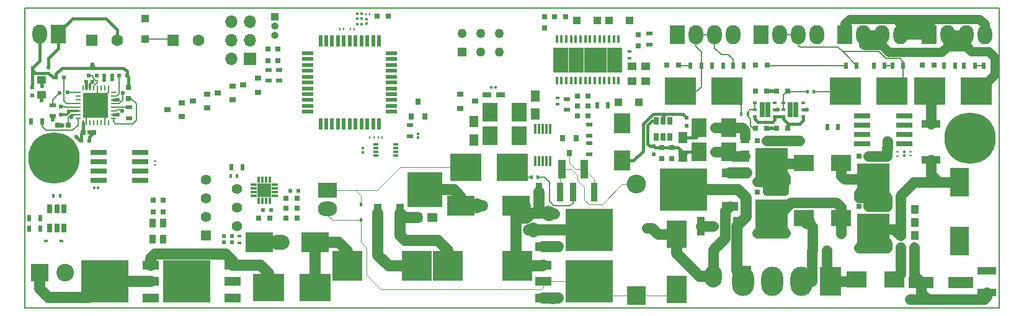
<source format=gbr>
G04 #@! TF.FileFunction,Copper,L1,Top,Signal*
%FSLAX46Y46*%
G04 Gerber Fmt 4.6, Leading zero omitted, Abs format (unit mm)*
G04 Created by KiCad (PCBNEW 4.0.7) date 06/14/18 22:28:00*
%MOMM*%
%LPD*%
G01*
G04 APERTURE LIST*
%ADD10C,0.100000*%
%ADD11C,0.150000*%
%ADD12R,0.600000X0.500000*%
%ADD13R,0.500000X0.600000*%
%ADD14R,0.900000X0.500000*%
%ADD15R,0.750000X0.800000*%
%ADD16R,0.800000X0.750000*%
%ADD17R,1.250000X1.000000*%
%ADD18R,0.500000X0.900000*%
%ADD19R,0.700000X0.250000*%
%ADD20R,0.250000X0.700000*%
%ADD21R,1.725000X1.725000*%
%ADD22R,4.100000X4.100000*%
%ADD23R,0.300000X0.350000*%
%ADD24R,0.350000X0.300000*%
%ADD25R,1.600000X1.600000*%
%ADD26C,1.600000*%
%ADD27R,3.750000X2.700000*%
%ADD28R,2.700000X3.750000*%
%ADD29R,3.500000X1.600000*%
%ADD30R,2.500000X1.000000*%
%ADD31R,2.500000X4.000000*%
%ADD32R,1.000000X1.250000*%
%ADD33R,0.800000X0.800000*%
%ADD34R,1.100000X1.100000*%
%ADD35R,0.900000X0.800000*%
%ADD36R,1.400000X1.270000*%
%ADD37R,4.720000X4.800000*%
%ADD38R,2.600000X2.600000*%
%ADD39O,2.600000X2.600000*%
%ADD40R,4.241800X3.810000*%
%ADD41R,0.300000X1.450000*%
%ADD42C,7.000000*%
%ADD43R,1.700000X1.700000*%
%ADD44O,1.700000X1.700000*%
%ADD45R,1.000000X1.000000*%
%ADD46O,1.000000X1.000000*%
%ADD47R,2.350000X3.000000*%
%ADD48O,2.350000X3.000000*%
%ADD49C,1.270000*%
%ADD50R,1.270000X1.270000*%
%ADD51R,2.000000X2.600000*%
%ADD52O,2.000000X2.600000*%
%ADD53R,0.280000X0.430000*%
%ADD54R,0.900000X2.500000*%
%ADD55R,2.200000X2.700000*%
%ADD56R,2.700000X2.200000*%
%ADD57R,0.630000X0.450000*%
%ADD58R,0.800000X1.050000*%
%ADD59R,4.510000X4.350000*%
%ADD60R,0.700000X0.700000*%
%ADD61R,0.800000X0.900000*%
%ADD62R,2.200000X1.200000*%
%ADD63R,6.400000X5.800000*%
%ADD64R,3.050000X2.750000*%
%ADD65R,0.430000X0.280000*%
%ADD66R,0.400000X0.600000*%
%ADD67R,0.600000X0.400000*%
%ADD68R,1.000000X2.500000*%
%ADD69R,2.199640X0.797560*%
%ADD70R,0.550000X1.500000*%
%ADD71R,1.500000X0.550000*%
%ADD72R,0.650000X1.220000*%
%ADD73R,0.813000X0.305000*%
%ADD74R,0.305000X0.813000*%
%ADD75R,1.854000X1.854000*%
%ADD76R,1.397000X1.397000*%
%ADD77C,1.397000*%
%ADD78R,0.650000X1.060000*%
%ADD79R,0.400000X1.100000*%
%ADD80R,1.100000X0.890000*%
%ADD81R,0.749300X0.299720*%
%ADD82R,2.600000X2.000000*%
%ADD83O,2.600000X2.000000*%
%ADD84C,2.400000*%
%ADD85R,2.400000X2.400000*%
%ADD86R,0.600000X0.450000*%
%ADD87R,0.450000X0.600000*%
%ADD88R,0.900000X1.200000*%
%ADD89R,1.250000X1.500000*%
%ADD90R,1.200000X0.750000*%
%ADD91R,2.000000X2.500000*%
%ADD92R,3.000000X4.000000*%
%ADD93O,3.000000X4.000000*%
%ADD94C,0.600000*%
%ADD95C,0.159000*%
%ADD96C,1.500000*%
%ADD97C,0.125000*%
%ADD98C,1.470000*%
%ADD99C,2.000000*%
%ADD100C,0.300000*%
%ADD101C,0.415000*%
%ADD102C,1.270000*%
%ADD103C,1.400000*%
%ADD104C,1.000000*%
%ADD105C,0.200000*%
%ADD106C,0.555000*%
G04 APERTURE END LIST*
D10*
D11*
X25000000Y-164000000D02*
X25000000Y-123000000D01*
X158000000Y-164000000D02*
X25000000Y-164000000D01*
X158000000Y-123000000D02*
X158000000Y-164000000D01*
X25000000Y-123000000D02*
X158000000Y-123000000D01*
D12*
X35790000Y-132250000D03*
X36890000Y-132250000D03*
D13*
X29920000Y-137570000D03*
X29920000Y-136470000D03*
D12*
X30310000Y-132540000D03*
X29210000Y-132540000D03*
X33740000Y-132250000D03*
X34840000Y-132250000D03*
X37840000Y-132250000D03*
X38940000Y-132250000D03*
X32710000Y-141110000D03*
X33810000Y-141110000D03*
D14*
X28770000Y-137790000D03*
X28770000Y-136290000D03*
D15*
X39150000Y-133870000D03*
X39150000Y-135370000D03*
D16*
X29440000Y-139000000D03*
X30940000Y-139000000D03*
D17*
X27310000Y-134880000D03*
X27310000Y-132880000D03*
D18*
X27330000Y-138540000D03*
X25830000Y-138540000D03*
D14*
X39200000Y-136570000D03*
X39200000Y-138070000D03*
D19*
X32250000Y-134560000D03*
X32250000Y-135060000D03*
X32250000Y-135560000D03*
X32250000Y-136060000D03*
X32250000Y-136560000D03*
X32250000Y-137060000D03*
X32250000Y-137560000D03*
X32250000Y-138060000D03*
D20*
X32900000Y-138710000D03*
X33400000Y-138710000D03*
X33900000Y-138710000D03*
X34400000Y-138710000D03*
X34900000Y-138710000D03*
X35400000Y-138710000D03*
X35900000Y-138710000D03*
X36400000Y-138710000D03*
D19*
X37050000Y-138060000D03*
X37050000Y-137560000D03*
X37050000Y-137060000D03*
X37050000Y-136560000D03*
X37050000Y-136060000D03*
X37050000Y-135560000D03*
X37050000Y-135060000D03*
X37050000Y-134560000D03*
D20*
X36400000Y-133910000D03*
X35900000Y-133910000D03*
X35400000Y-133910000D03*
X34900000Y-133910000D03*
X34400000Y-133910000D03*
X33900000Y-133910000D03*
X33400000Y-133910000D03*
X32900000Y-133910000D03*
D21*
X35512500Y-137172500D03*
X35512500Y-135447500D03*
X33787500Y-137172500D03*
X33787500Y-135447500D03*
D22*
X78500000Y-158250000D03*
X69000000Y-158250000D03*
D23*
X35010000Y-147590000D03*
X34450000Y-147590000D03*
D24*
X145040000Y-142640000D03*
X145040000Y-143200000D03*
D25*
X45200000Y-127450000D03*
D26*
X48700000Y-127450000D03*
D23*
X70920000Y-123790000D03*
X70360000Y-123790000D03*
X70920000Y-124490000D03*
X70360000Y-124490000D03*
X70920000Y-125190000D03*
X70360000Y-125190000D03*
D16*
X73080000Y-124120000D03*
X74580000Y-124120000D03*
D24*
X71600000Y-125110000D03*
X71600000Y-124550000D03*
X71090000Y-142180000D03*
X71090000Y-142740000D03*
X78670000Y-140750000D03*
X78670000Y-140190000D03*
D16*
X62130000Y-150410000D03*
X60630000Y-150410000D03*
D12*
X61230000Y-147960000D03*
X62330000Y-147960000D03*
D16*
X62130000Y-149060000D03*
X60630000Y-149060000D03*
X62130000Y-151760000D03*
X60630000Y-151760000D03*
D12*
X57520000Y-150650000D03*
X58620000Y-150650000D03*
D16*
X58430000Y-151750000D03*
X56930000Y-151750000D03*
D27*
X64575000Y-155000000D03*
X57025000Y-155000000D03*
D12*
X52190000Y-155050000D03*
X53290000Y-155050000D03*
X52190000Y-154200000D03*
X53290000Y-154200000D03*
D28*
X114000000Y-161465000D03*
X114000000Y-153915000D03*
D27*
X84515000Y-150050000D03*
X92065000Y-150050000D03*
D23*
X88670000Y-133890000D03*
X89230000Y-133890000D03*
D25*
X34100000Y-127450000D03*
D26*
X37600000Y-127450000D03*
D15*
X113250000Y-142100000D03*
X113250000Y-143600000D03*
X111900000Y-142100000D03*
X111900000Y-143600000D03*
D13*
X110800000Y-143000000D03*
X110800000Y-141900000D03*
X115290000Y-137980000D03*
X115290000Y-139080000D03*
D16*
X127610000Y-139470000D03*
X129110000Y-139470000D03*
X126250000Y-134370000D03*
X124750000Y-134370000D03*
X127600000Y-134370000D03*
X129100000Y-134370000D03*
X126260000Y-139470000D03*
X124760000Y-139470000D03*
X98820000Y-124250000D03*
X97320000Y-124250000D03*
D15*
X95970000Y-124250000D03*
X95970000Y-125750000D03*
D29*
X147350000Y-160500000D03*
X152750000Y-160500000D03*
D17*
X109740000Y-133010000D03*
X109740000Y-131010000D03*
X107910000Y-133010000D03*
X107910000Y-131010000D03*
D16*
X100390000Y-136390000D03*
X101890000Y-136390000D03*
D30*
X156310000Y-161890000D03*
X156310000Y-158890000D03*
D31*
X152590000Y-146820000D03*
X152590000Y-154820000D03*
D32*
X144490000Y-154130000D03*
X146490000Y-154130000D03*
X144490000Y-152330000D03*
X146490000Y-152330000D03*
X144490000Y-150530000D03*
X146490000Y-150530000D03*
D16*
X100380000Y-135030000D03*
X101880000Y-135030000D03*
X100390000Y-137750000D03*
X101890000Y-137750000D03*
D15*
X108700000Y-128150000D03*
X108700000Y-126650000D03*
D33*
X59540000Y-130250000D03*
X59540000Y-128650000D03*
D34*
X41400000Y-127300000D03*
X41400000Y-124500000D03*
D35*
X46430000Y-137840000D03*
X46430000Y-135940000D03*
X44430000Y-136890000D03*
X49890000Y-136690000D03*
X49890000Y-134790000D03*
X47890000Y-135740000D03*
X53340000Y-135590000D03*
X53340000Y-133690000D03*
X51340000Y-134640000D03*
X56790000Y-134500000D03*
X56790000Y-132600000D03*
X54790000Y-133550000D03*
D36*
X80620000Y-151660000D03*
D37*
X79580000Y-147860000D03*
D36*
X78540000Y-151660000D03*
D38*
X108490000Y-162350000D03*
D39*
X108490000Y-147110000D03*
D33*
X114240000Y-130850000D03*
X112640000Y-130850000D03*
X58190000Y-130250000D03*
X58190000Y-128650000D03*
X149090000Y-130850000D03*
X147490000Y-130850000D03*
X126320000Y-130850000D03*
X124720000Y-130850000D03*
D34*
X100320000Y-124750000D03*
X103120000Y-124750000D03*
X107560000Y-124750000D03*
X104760000Y-124750000D03*
X105970000Y-135890000D03*
X108770000Y-135890000D03*
D40*
X58272300Y-161210000D03*
X64647700Y-161210000D03*
X120817700Y-134340000D03*
X114442300Y-134340000D03*
X148492300Y-134330000D03*
X154867700Y-134330000D03*
X136992300Y-134330000D03*
X143367700Y-134330000D03*
D41*
X96670000Y-139530000D03*
X96170000Y-139530000D03*
X95670000Y-139530000D03*
X95170000Y-139530000D03*
X94670000Y-139530000D03*
X94670000Y-143930000D03*
X95170000Y-143930000D03*
X95670000Y-143930000D03*
X96170000Y-143930000D03*
X96670000Y-143930000D03*
D42*
X154010000Y-140810000D03*
D43*
X55690000Y-129950000D03*
D44*
X53150000Y-129950000D03*
X55690000Y-127410000D03*
X53150000Y-127410000D03*
X55690000Y-124870000D03*
X53150000Y-124870000D03*
D45*
X59090000Y-124250000D03*
D46*
X59090000Y-125520000D03*
X59090000Y-126790000D03*
D47*
X122950000Y-159700000D03*
D48*
X118990000Y-159700000D03*
D49*
X84690000Y-126480000D03*
X87230000Y-126480000D03*
X89770000Y-126480000D03*
D50*
X84690000Y-129020000D03*
D49*
X87230000Y-129020000D03*
X89770000Y-129020000D03*
D51*
X125520000Y-126650000D03*
D52*
X128060000Y-126650000D03*
X130600000Y-126650000D03*
X133140000Y-126650000D03*
D51*
X114080000Y-126650000D03*
D52*
X116620000Y-126650000D03*
X119160000Y-126650000D03*
X121700000Y-126650000D03*
D51*
X136950000Y-126650000D03*
D52*
X139490000Y-126650000D03*
X142030000Y-126650000D03*
X144570000Y-126650000D03*
D51*
X148400000Y-126650000D03*
D52*
X150940000Y-126650000D03*
X153480000Y-126650000D03*
X156020000Y-126650000D03*
D53*
X71560000Y-123840000D03*
X72080000Y-123840000D03*
D54*
X102690000Y-148200000D03*
X99790000Y-148200000D03*
D22*
X92240000Y-158250000D03*
X82740000Y-158250000D03*
D54*
X95140000Y-148200000D03*
X98040000Y-148200000D03*
D55*
X106500000Y-143850000D03*
X106500000Y-138750000D03*
D56*
X136400000Y-144150000D03*
X131300000Y-144150000D03*
X136400000Y-151700000D03*
X131300000Y-151700000D03*
X143650000Y-160150000D03*
X138550000Y-160150000D03*
D57*
X131200000Y-137870000D03*
X131200000Y-136920000D03*
X131200000Y-135970000D03*
X128520000Y-135970000D03*
X128520000Y-136920000D03*
X128520000Y-137870000D03*
D58*
X129460000Y-136395000D03*
X129460000Y-137445000D03*
X130260000Y-136395000D03*
X130260000Y-137445000D03*
D57*
X127350000Y-137870000D03*
X127350000Y-136920000D03*
X127350000Y-135970000D03*
X124670000Y-135970000D03*
X124670000Y-136920000D03*
X124670000Y-137870000D03*
D58*
X125610000Y-136395000D03*
X125610000Y-137445000D03*
X126410000Y-136395000D03*
X126410000Y-137445000D03*
D59*
X126900000Y-151290000D03*
D60*
X126265000Y-148160000D03*
X127535000Y-148160000D03*
X128805000Y-148160000D03*
X124995000Y-148160000D03*
X124995000Y-153760000D03*
X128805000Y-153760000D03*
X127535000Y-153760000D03*
X126265000Y-153760000D03*
D59*
X126900000Y-144240000D03*
D60*
X126265000Y-141110000D03*
X127535000Y-141110000D03*
X128805000Y-141110000D03*
X124995000Y-141110000D03*
X124995000Y-146710000D03*
X128805000Y-146710000D03*
X127535000Y-146710000D03*
X126265000Y-146710000D03*
D59*
X140790000Y-153280000D03*
D60*
X140155000Y-150150000D03*
X141425000Y-150150000D03*
X142695000Y-150150000D03*
X138885000Y-150150000D03*
X138885000Y-155750000D03*
X142695000Y-155750000D03*
X141425000Y-155750000D03*
X140155000Y-155750000D03*
D59*
X140790000Y-146430000D03*
D60*
X140155000Y-143300000D03*
X141425000Y-143300000D03*
X142695000Y-143300000D03*
X138885000Y-143300000D03*
X138885000Y-148900000D03*
X142695000Y-148900000D03*
X141425000Y-148900000D03*
X140155000Y-148900000D03*
D61*
X77690000Y-137800000D03*
X79590000Y-137800000D03*
X78640000Y-135800000D03*
D62*
X53340000Y-162680000D03*
X53340000Y-160400000D03*
X53340000Y-158120000D03*
D63*
X47040000Y-160400000D03*
D64*
X45365000Y-158875000D03*
X48715000Y-161925000D03*
X45365000Y-161925000D03*
X48715000Y-158875000D03*
D62*
X42190000Y-162680000D03*
X42190000Y-160400000D03*
X42190000Y-158120000D03*
D63*
X35890000Y-160400000D03*
D64*
X34215000Y-158875000D03*
X37565000Y-161925000D03*
X34215000Y-161925000D03*
X37565000Y-158875000D03*
D61*
X100270000Y-140800000D03*
X98370000Y-140800000D03*
X99320000Y-142800000D03*
D62*
X95740000Y-151070000D03*
X95740000Y-153350000D03*
X95740000Y-155630000D03*
D63*
X102040000Y-153350000D03*
D64*
X103715000Y-154875000D03*
X100365000Y-151825000D03*
X103715000Y-151825000D03*
X100365000Y-154875000D03*
D62*
X95740000Y-158120000D03*
X95740000Y-160400000D03*
X95740000Y-162680000D03*
D63*
X102040000Y-160400000D03*
D64*
X103715000Y-161925000D03*
X100365000Y-158875000D03*
X103715000Y-158875000D03*
X100365000Y-161925000D03*
D62*
X121240000Y-150080000D03*
X121240000Y-147800000D03*
X121240000Y-145520000D03*
D63*
X114940000Y-147800000D03*
D64*
X113265000Y-146275000D03*
X116615000Y-149325000D03*
X113265000Y-149325000D03*
X116615000Y-146275000D03*
D65*
X145910000Y-142690000D03*
X145910000Y-143210000D03*
D14*
X59690000Y-132950000D03*
X59690000Y-131450000D03*
D65*
X42740000Y-144480000D03*
X42740000Y-143960000D03*
X144120000Y-143220000D03*
X144120000Y-142700000D03*
D53*
X69910000Y-125930000D03*
X69390000Y-125930000D03*
X67970000Y-125930000D03*
X68490000Y-125930000D03*
X72090000Y-140710000D03*
X72610000Y-140710000D03*
X73770000Y-140700000D03*
X73250000Y-140700000D03*
D14*
X77590000Y-140550000D03*
X77590000Y-139050000D03*
D18*
X25600000Y-153190000D03*
X27100000Y-153190000D03*
X27100000Y-151740000D03*
X25600000Y-151740000D03*
D66*
X28900000Y-148700000D03*
X29800000Y-148700000D03*
X53050000Y-146010000D03*
X53950000Y-146010000D03*
D67*
X54240000Y-155100000D03*
X54240000Y-154200000D03*
D66*
X94120000Y-146100000D03*
X95020000Y-146100000D03*
D18*
X54700000Y-144810000D03*
X53200000Y-144810000D03*
D68*
X117290000Y-152850000D03*
X122190000Y-152850000D03*
D66*
X123680000Y-137540000D03*
X122780000Y-137540000D03*
D30*
X148690000Y-143770000D03*
X148690000Y-138870000D03*
D66*
X131820000Y-134460000D03*
X132720000Y-134460000D03*
D18*
X121650000Y-130900000D03*
X123150000Y-130900000D03*
X118820000Y-130900000D03*
X120320000Y-130900000D03*
X157400000Y-130900000D03*
X155900000Y-130900000D03*
X154690000Y-130900000D03*
X153190000Y-130900000D03*
X144900000Y-130900000D03*
X143400000Y-130900000D03*
X142350000Y-130900000D03*
X140850000Y-130900000D03*
D14*
X58240000Y-132950000D03*
X58240000Y-131450000D03*
D18*
X117340000Y-130900000D03*
X115840000Y-130900000D03*
X151950000Y-130900000D03*
X150450000Y-130900000D03*
X138540000Y-130900000D03*
X137040000Y-130900000D03*
D67*
X107490000Y-129850000D03*
X107490000Y-128950000D03*
D18*
X104610000Y-136340000D03*
X103110000Y-136340000D03*
D14*
X102000000Y-143000000D03*
X102000000Y-141500000D03*
X102000000Y-138950000D03*
X102000000Y-140450000D03*
X98960000Y-135440000D03*
X98960000Y-136940000D03*
X110200000Y-126500000D03*
X110200000Y-128000000D03*
D67*
X97750000Y-135290000D03*
X97750000Y-136190000D03*
D69*
X40767660Y-146582460D03*
X40767660Y-145312460D03*
X40767660Y-144047540D03*
X40767660Y-142777540D03*
X35032340Y-142777540D03*
X35032340Y-144047540D03*
X35032340Y-145312460D03*
X35032340Y-146582460D03*
X145057660Y-141582460D03*
X145057660Y-140312460D03*
X145057660Y-139047540D03*
X145057660Y-137777540D03*
X139322340Y-137777540D03*
X139322340Y-139047540D03*
X139322340Y-140312460D03*
X139322340Y-141582460D03*
D70*
X65330000Y-138890000D03*
X66130000Y-138890000D03*
X66930000Y-138890000D03*
X67730000Y-138890000D03*
X68530000Y-138890000D03*
X69330000Y-138890000D03*
X70130000Y-138890000D03*
X70930000Y-138890000D03*
X71730000Y-138890000D03*
X72530000Y-138890000D03*
X73330000Y-138890000D03*
D71*
X75030000Y-137190000D03*
X75030000Y-136390000D03*
X75030000Y-135590000D03*
X75030000Y-134790000D03*
X75030000Y-133990000D03*
X75030000Y-133190000D03*
X75030000Y-132390000D03*
X75030000Y-131590000D03*
X75030000Y-130790000D03*
X75030000Y-129990000D03*
X75030000Y-129190000D03*
D70*
X73330000Y-127490000D03*
X72530000Y-127490000D03*
X71730000Y-127490000D03*
X70930000Y-127490000D03*
X70130000Y-127490000D03*
X69330000Y-127490000D03*
X68530000Y-127490000D03*
X67730000Y-127490000D03*
X66930000Y-127490000D03*
X66130000Y-127490000D03*
X65330000Y-127490000D03*
D71*
X63630000Y-129190000D03*
X63630000Y-129990000D03*
X63630000Y-130790000D03*
X63630000Y-131590000D03*
X63630000Y-132390000D03*
X63630000Y-133190000D03*
X63630000Y-133990000D03*
X63630000Y-134790000D03*
X63630000Y-135590000D03*
X63630000Y-136390000D03*
X63630000Y-137190000D03*
D72*
X28400000Y-153040000D03*
X29350000Y-153040000D03*
X30300000Y-153040000D03*
X30300000Y-150420000D03*
X29350000Y-150420000D03*
X28400000Y-150420000D03*
D73*
X56202000Y-147160000D03*
X56202000Y-147660000D03*
X56202000Y-148160000D03*
X56202000Y-148660000D03*
D74*
X56900000Y-149358000D03*
X57400000Y-149358000D03*
X57900000Y-149358000D03*
X58400000Y-149358000D03*
D73*
X59098000Y-148660000D03*
X59098000Y-148160000D03*
X59098000Y-147660000D03*
X59098000Y-147160000D03*
D74*
X58400000Y-146462000D03*
X57900000Y-146462000D03*
X57400000Y-146462000D03*
X56900000Y-146462000D03*
D75*
X57650000Y-147910000D03*
D76*
X49734000Y-154120000D03*
D77*
X53925000Y-152850000D03*
X49734000Y-151580000D03*
X53925000Y-150310000D03*
X49734000Y-149040000D03*
X53925000Y-147770000D03*
X49734000Y-146500000D03*
D35*
X84420000Y-134810000D03*
X84420000Y-136710000D03*
X86420000Y-135760000D03*
D78*
X113050000Y-138400000D03*
X112100000Y-138400000D03*
X111150000Y-138400000D03*
X111150000Y-140600000D03*
X113050000Y-140600000D03*
X112100000Y-140600000D03*
D79*
X97595000Y-132960000D03*
X98245000Y-132960000D03*
X98895000Y-132960000D03*
X99545000Y-132960000D03*
X100195000Y-132960000D03*
X100845000Y-132960000D03*
X101495000Y-132960000D03*
X102145000Y-132960000D03*
X102795000Y-132960000D03*
X103445000Y-132960000D03*
X104095000Y-132960000D03*
X104745000Y-132960000D03*
X105395000Y-132960000D03*
X106045000Y-132960000D03*
X106045000Y-127260000D03*
X105395000Y-127260000D03*
X104745000Y-127260000D03*
X104095000Y-127260000D03*
X103445000Y-127260000D03*
X102795000Y-127260000D03*
X102145000Y-127260000D03*
X101495000Y-127260000D03*
X100845000Y-127260000D03*
X100195000Y-127260000D03*
X99545000Y-127260000D03*
X98895000Y-127260000D03*
X98245000Y-127260000D03*
X97595000Y-127260000D03*
D80*
X106045000Y-131385000D03*
X106045000Y-130535000D03*
X106045000Y-128835000D03*
X106045000Y-129685000D03*
X104988750Y-129685000D03*
X104988750Y-128835000D03*
X104988750Y-130535000D03*
X104988750Y-131385000D03*
X103932500Y-131385000D03*
X103932500Y-130535000D03*
X103932500Y-128835000D03*
X103932500Y-129685000D03*
X102876250Y-129685000D03*
X102876250Y-128835000D03*
X102876250Y-130535000D03*
X102876250Y-131385000D03*
X101820000Y-131385000D03*
X101820000Y-130535000D03*
X101820000Y-128835000D03*
X101820000Y-129685000D03*
X100763750Y-129685000D03*
X100763750Y-128835000D03*
X100763750Y-130535000D03*
X100763750Y-131385000D03*
X99707500Y-131385000D03*
X99707500Y-130535000D03*
X99707500Y-128835000D03*
X99707500Y-129685000D03*
X98651250Y-129685000D03*
X98651250Y-128835000D03*
X98651250Y-130535000D03*
X98651250Y-131385000D03*
X97595000Y-131385000D03*
X97595000Y-130535000D03*
X97595000Y-128835000D03*
X97595000Y-129685000D03*
D81*
X72875860Y-141650700D03*
X72875860Y-142151080D03*
X72875860Y-142648920D03*
X72875860Y-143149300D03*
X75624140Y-143149300D03*
X75624140Y-142648920D03*
X75624140Y-142151080D03*
X75624140Y-141650700D03*
D40*
X85142300Y-144800000D03*
X91517700Y-144800000D03*
D42*
X29000000Y-143500000D03*
D82*
X66330000Y-147920000D03*
D83*
X66330000Y-150460000D03*
D51*
X29550000Y-126600000D03*
D52*
X27010000Y-126600000D03*
D84*
X30500000Y-159200000D03*
D85*
X27000000Y-159200000D03*
D86*
X28210000Y-131150000D03*
X26110000Y-131150000D03*
X27850000Y-154900000D03*
X29950000Y-154900000D03*
D87*
X70880000Y-149900000D03*
X70880000Y-152000000D03*
D33*
X42540000Y-150840000D03*
X42540000Y-149240000D03*
X43890000Y-150850000D03*
X43890000Y-149250000D03*
D88*
X42390000Y-154590000D03*
X42390000Y-152390000D03*
X43840000Y-154600000D03*
X43840000Y-152400000D03*
D68*
X73170000Y-151050000D03*
X76170000Y-151050000D03*
X101320000Y-145050000D03*
X98320000Y-145050000D03*
D89*
X94700000Y-137530000D03*
X94700000Y-135030000D03*
X86250000Y-141060000D03*
X86250000Y-138560000D03*
X123280000Y-143260000D03*
X123280000Y-140760000D03*
X114830000Y-143250000D03*
X114830000Y-140750000D03*
D90*
X146390000Y-155700000D03*
X144490000Y-155700000D03*
X132520000Y-156130000D03*
X134420000Y-156130000D03*
X88020000Y-134910000D03*
X89920000Y-134910000D03*
D91*
X117050000Y-142650000D03*
X121050000Y-142650000D03*
X88470000Y-137210000D03*
X92470000Y-137210000D03*
X92470000Y-140460000D03*
X88470000Y-140460000D03*
X117050000Y-139400000D03*
X121050000Y-139400000D03*
D13*
X25980000Y-134950000D03*
X25980000Y-133850000D03*
D18*
X136010000Y-139240000D03*
X134510000Y-139240000D03*
D16*
X34410000Y-140010000D03*
X32910000Y-140010000D03*
D92*
X134950000Y-160350000D03*
D93*
X130987600Y-160350000D03*
X127025200Y-160350000D03*
X123062800Y-160350000D03*
D94*
X109870000Y-153110000D03*
X110610000Y-153090000D03*
X97270000Y-151120000D03*
X96530000Y-151140000D03*
X34180000Y-133140000D03*
X34180000Y-130700000D03*
X28770000Y-138240000D03*
X32020000Y-140650000D03*
X121050000Y-142650000D03*
X119180000Y-142650000D03*
X131300000Y-151700000D03*
X131830000Y-152220000D03*
X123520000Y-145550000D03*
X122770000Y-145530000D03*
X121100000Y-139390000D03*
X119180000Y-139390000D03*
X118960000Y-152830000D03*
X118220000Y-152850000D03*
X96990000Y-155630000D03*
X97770000Y-155620000D03*
X97760000Y-162690000D03*
X97000000Y-162710000D03*
X142710000Y-141180000D03*
X142720000Y-142140000D03*
X129960000Y-141110000D03*
X130700000Y-141110000D03*
X31020000Y-137140000D03*
X35790000Y-132810000D03*
X29760000Y-134600000D03*
X30850000Y-134560000D03*
X146570000Y-162800000D03*
X136390000Y-153110000D03*
X145830000Y-162800000D03*
X136390000Y-153860000D03*
X30050000Y-139000000D03*
X33770000Y-139920000D03*
X37700000Y-137550000D03*
X27320000Y-133730000D03*
X37660000Y-135550000D03*
X33400000Y-133120000D03*
X59330000Y-155030000D03*
X60080000Y-155010000D03*
X94410000Y-153360000D03*
X93710000Y-153360000D03*
X87450000Y-150050000D03*
X86730000Y-150070000D03*
X131750000Y-136890000D03*
X126930000Y-139490000D03*
X127770000Y-136920000D03*
X126910000Y-134400000D03*
X38260000Y-137080000D03*
X36900000Y-132770000D03*
X38360000Y-134650000D03*
X31360000Y-137960000D03*
X27310000Y-135660000D03*
D95*
X33787500Y-137172500D02*
X33787500Y-135447500D01*
X35512500Y-137172500D02*
X33787500Y-137172500D01*
X35512500Y-135447500D02*
X35512500Y-137172500D01*
X36400000Y-133910000D02*
X36400000Y-134560000D01*
X36400000Y-134560000D02*
X35512500Y-135447500D01*
X34900000Y-133910000D02*
X34900000Y-134835000D01*
X34900000Y-134835000D02*
X35512500Y-135447500D01*
X35900000Y-138710000D02*
X35900000Y-137560000D01*
X35900000Y-137560000D02*
X35512500Y-137172500D01*
X33400000Y-138710000D02*
X33400000Y-137560000D01*
X33400000Y-137560000D02*
X33787500Y-137172500D01*
X41400000Y-127300000D02*
X45050000Y-127300000D01*
X45050000Y-127300000D02*
X45200000Y-127450000D01*
D96*
X64575000Y-155000000D02*
X67800000Y-155000000D01*
X67800000Y-155000000D02*
X69000000Y-156200000D01*
X69000000Y-156200000D02*
X69000000Y-158250000D01*
X64647700Y-161210000D02*
X64647700Y-155072700D01*
X64647700Y-155072700D02*
X64575000Y-155000000D01*
X78500000Y-158250000D02*
X74650000Y-158250000D01*
X73170000Y-156770000D02*
X73170000Y-151050000D01*
X74650000Y-158250000D02*
X73170000Y-156770000D01*
X78540000Y-151660000D02*
X76780000Y-151660000D01*
X76780000Y-151660000D02*
X76170000Y-151050000D01*
X76170000Y-151050000D02*
X76170000Y-154070000D01*
X82740000Y-156140000D02*
X82740000Y-158250000D01*
X81400000Y-154800000D02*
X82740000Y-156140000D01*
X76900000Y-154800000D02*
X81400000Y-154800000D01*
X76170000Y-154070000D02*
X76900000Y-154800000D01*
D97*
X70880000Y-152000000D02*
X70880000Y-155070000D01*
X95740000Y-161240000D02*
X95740000Y-160400000D01*
X95490000Y-161490000D02*
X95740000Y-161240000D01*
X93240000Y-161490000D02*
X95490000Y-161490000D01*
X73620000Y-161490000D02*
X93240000Y-161490000D01*
X71640000Y-159510000D02*
X73620000Y-161490000D01*
X71640000Y-155830000D02*
X71640000Y-159510000D01*
X70880000Y-155070000D02*
X71640000Y-155830000D01*
X95740000Y-160400000D02*
X102040000Y-160400000D01*
X108490000Y-162350000D02*
X113115000Y-162350000D01*
X113115000Y-162350000D02*
X114000000Y-161465000D01*
X108490000Y-162350000D02*
X103990000Y-162350000D01*
X103990000Y-162350000D02*
X102040000Y-160400000D01*
X66330000Y-150460000D02*
X66330000Y-151390000D01*
X66330000Y-151390000D02*
X66940000Y-152000000D01*
X66940000Y-152000000D02*
X70880000Y-152000000D01*
D98*
X109870000Y-153110000D02*
X110590000Y-153110000D01*
X110590000Y-153110000D02*
X110610000Y-153090000D01*
X109890000Y-153090000D02*
X109870000Y-153110000D01*
X111435000Y-153915000D02*
X114000000Y-153915000D01*
X111435000Y-153915000D02*
X110610000Y-153090000D01*
X95740000Y-151070000D02*
X97220000Y-151070000D01*
X97220000Y-151070000D02*
X97270000Y-151120000D01*
D99*
X96530000Y-151140000D02*
X96460000Y-151070000D01*
D98*
X118990000Y-159700000D02*
X118990000Y-156049998D01*
X118990000Y-156049998D02*
X120579998Y-154460000D01*
X120579998Y-154460000D02*
X120579998Y-150740002D01*
X120579998Y-150740002D02*
X121240000Y-150080000D01*
D96*
X118990000Y-159700000D02*
X118990000Y-160470000D01*
X114000000Y-153915000D02*
X114000000Y-156590000D01*
X117110000Y-159700000D02*
X118990000Y-159700000D01*
X114000000Y-156590000D02*
X117110000Y-159700000D01*
X95140000Y-148200000D02*
X95140000Y-150470000D01*
X95140000Y-150470000D02*
X95740000Y-151070000D01*
X92065000Y-150050000D02*
X93290000Y-150050000D01*
X92240000Y-158250000D02*
X95610000Y-158250000D01*
X95610000Y-158250000D02*
X95740000Y-158120000D01*
X92065000Y-151700000D02*
X93500000Y-151700000D01*
X94130000Y-151070000D02*
X95740000Y-151070000D01*
X93500000Y-151700000D02*
X94130000Y-151070000D01*
X92065000Y-150050000D02*
X92065000Y-151700000D01*
X92065000Y-151700000D02*
X92065000Y-158075000D01*
X92065000Y-158075000D02*
X92240000Y-158250000D01*
X121240000Y-147800000D02*
X122360000Y-147800000D01*
X123460000Y-151580000D02*
X122190000Y-152850000D01*
X123460000Y-148900000D02*
X123460000Y-151580000D01*
X122360000Y-147800000D02*
X123460000Y-148900000D01*
X121240000Y-147800000D02*
X114940000Y-147800000D01*
X122190000Y-152850000D02*
X122190000Y-158940000D01*
X122190000Y-158940000D02*
X122950000Y-159700000D01*
D100*
X34180000Y-130700000D02*
X34180000Y-130810000D01*
D101*
X34180000Y-130810000D02*
X34590000Y-131220000D01*
D100*
X34180000Y-130700000D02*
X34180000Y-130790000D01*
D101*
X34180000Y-130790000D02*
X33750000Y-131220000D01*
D100*
X33900000Y-133420000D02*
X34180000Y-133140000D01*
X33900000Y-133910000D02*
X33900000Y-133420000D01*
X34190000Y-130710000D02*
X34190000Y-131220000D01*
X34180000Y-130700000D02*
X34190000Y-130710000D01*
D101*
X29210000Y-132540000D02*
X29210000Y-132030000D01*
X29210000Y-132030000D02*
X30020000Y-131220000D01*
X30020000Y-131220000D02*
X33750000Y-131220000D01*
X38940000Y-131690000D02*
X38940000Y-132250000D01*
X34590000Y-131220000D02*
X38470000Y-131220000D01*
X38470000Y-131220000D02*
X38940000Y-131690000D01*
X33750000Y-131220000D02*
X34190000Y-131220000D01*
X34190000Y-131220000D02*
X34590000Y-131220000D01*
X39150000Y-133870000D02*
X39150000Y-132460000D01*
X39150000Y-132460000D02*
X38940000Y-132250000D01*
X27010000Y-126600000D02*
X27010000Y-130250000D01*
X27010000Y-130250000D02*
X26110000Y-131150000D01*
X26420000Y-131890000D02*
X26400000Y-131890000D01*
X26400000Y-131890000D02*
X25980000Y-131470000D01*
X29210000Y-132540000D02*
X28840000Y-132540000D01*
X28190000Y-131890000D02*
X26420000Y-131890000D01*
X26420000Y-131890000D02*
X25980000Y-131890000D01*
X28840000Y-132540000D02*
X28190000Y-131890000D01*
X25980000Y-133850000D02*
X25980000Y-131890000D01*
X25980000Y-131890000D02*
X25980000Y-131470000D01*
X25980000Y-131470000D02*
X25980000Y-131280000D01*
X25980000Y-131280000D02*
X26110000Y-131150000D01*
X32710000Y-141110000D02*
X32480000Y-141110000D01*
X32480000Y-141110000D02*
X32020000Y-140650000D01*
X28770000Y-137790000D02*
X28770000Y-138240000D01*
X32910000Y-140010000D02*
X32910000Y-138720000D01*
X32910000Y-138720000D02*
X32900000Y-138710000D01*
X32710000Y-141110000D02*
X32710000Y-140210000D01*
X32710000Y-140210000D02*
X32910000Y-140010000D01*
D98*
X119180000Y-142650000D02*
X121050000Y-142650000D01*
D99*
X131830000Y-152220000D02*
X131310000Y-151700000D01*
D98*
X123280000Y-143260000D02*
X121660000Y-143260000D01*
X121660000Y-143260000D02*
X121050000Y-142650000D01*
X132520000Y-152920000D02*
X131300000Y-151700000D01*
X132520000Y-156130000D02*
X132520000Y-152920000D01*
X132410000Y-160350000D02*
X132410000Y-156240000D01*
X132410000Y-156240000D02*
X132520000Y-156130000D01*
D96*
X123500000Y-145530000D02*
X123520000Y-145550000D01*
X122760000Y-145520000D02*
X122770000Y-145530000D01*
X122770000Y-145530000D02*
X123500000Y-145530000D01*
D98*
X121050000Y-139400000D02*
X122930000Y-139400000D01*
X123280000Y-139750000D02*
X123280000Y-140760000D01*
X122930000Y-139400000D02*
X123280000Y-139750000D01*
X121040000Y-139390000D02*
X119180000Y-139390000D01*
X121040000Y-139390000D02*
X121050000Y-139400000D01*
X134950000Y-160350000D02*
X138350000Y-160350000D01*
X138350000Y-160350000D02*
X138550000Y-160150000D01*
X134420000Y-156130000D02*
X134420000Y-159820000D01*
X134420000Y-159820000D02*
X134950000Y-160350000D01*
D102*
X156020000Y-125230000D02*
X156020000Y-126650000D01*
X155320000Y-124530000D02*
X156020000Y-125230000D01*
X148400000Y-126650000D02*
X148400000Y-125175000D01*
X149045000Y-124530000D02*
X149560000Y-124530000D01*
X148400000Y-125175000D02*
X149045000Y-124530000D01*
X146990000Y-124530000D02*
X149560000Y-124530000D01*
X149560000Y-124530000D02*
X155320000Y-124530000D01*
X148165000Y-124940000D02*
X146990000Y-126115000D01*
X145630000Y-124530000D02*
X145630000Y-125190000D01*
X145630000Y-125190000D02*
X146555000Y-126115000D01*
X146555000Y-126115000D02*
X146990000Y-126115000D01*
X146990000Y-124530000D02*
X146990000Y-124540000D01*
X146990000Y-124540000D02*
X146990000Y-126115000D01*
X146990000Y-126115000D02*
X146990000Y-125680000D01*
X146990000Y-125680000D02*
X146020000Y-126650000D01*
X148400000Y-126650000D02*
X146020000Y-126650000D01*
X146020000Y-126650000D02*
X143900000Y-124530000D01*
X144570000Y-126650000D02*
X147140000Y-126650000D01*
X143900000Y-124530000D02*
X145630000Y-124530000D01*
X145630000Y-124530000D02*
X146990000Y-124530000D01*
X144570000Y-126650000D02*
X148400000Y-126650000D01*
X136950000Y-126650000D02*
X136950000Y-125160000D01*
X136950000Y-125160000D02*
X137580000Y-124530000D01*
X137580000Y-124530000D02*
X143900000Y-124530000D01*
X144570000Y-125200000D02*
X144570000Y-126650000D01*
X143900000Y-124530000D02*
X144570000Y-125200000D01*
X148400000Y-126650000D02*
X148400000Y-125390000D01*
D103*
X144490000Y-155700000D02*
X144490000Y-159310000D01*
X144490000Y-159310000D02*
X143650000Y-160150000D01*
D101*
X111150000Y-138400000D02*
X110610000Y-138400000D01*
X110290000Y-141900000D02*
X110800000Y-141900000D01*
X109950000Y-141560000D02*
X110290000Y-141900000D01*
X109950000Y-139060000D02*
X109950000Y-141560000D01*
X110610000Y-138400000D02*
X109950000Y-139060000D01*
X111900000Y-142100000D02*
X111000000Y-142100000D01*
X111000000Y-142100000D02*
X110800000Y-141900000D01*
X113250000Y-142100000D02*
X111900000Y-142100000D01*
X114830000Y-143250000D02*
X114830000Y-142760000D01*
X114830000Y-142760000D02*
X114170000Y-142100000D01*
X114170000Y-142100000D02*
X113250000Y-142100000D01*
X117050000Y-142650000D02*
X115430000Y-142650000D01*
X115430000Y-142650000D02*
X114830000Y-143250000D01*
D95*
X123680000Y-137540000D02*
X123680000Y-137870000D01*
X124010000Y-139100000D02*
X124380000Y-139470000D01*
X124010000Y-138200000D02*
X124010000Y-139100000D01*
X123680000Y-137870000D02*
X124010000Y-138200000D01*
X124380000Y-139470000D02*
X124760000Y-139470000D01*
X124670000Y-136920000D02*
X124670000Y-135970000D01*
X123680000Y-137540000D02*
X123680000Y-137210000D01*
X123970000Y-136920000D02*
X124670000Y-136920000D01*
X123680000Y-137210000D02*
X123970000Y-136920000D01*
D104*
X128805000Y-146710000D02*
X127535000Y-146710000D01*
X127535000Y-146710000D02*
X127535000Y-148160000D01*
X127535000Y-148160000D02*
X126265000Y-148160000D01*
X126265000Y-148160000D02*
X126265000Y-146710000D01*
X126265000Y-146710000D02*
X127535000Y-147980000D01*
X127535000Y-147980000D02*
X128805000Y-146710000D01*
X128805000Y-148160000D02*
X128805000Y-146710000D01*
X127535000Y-148160000D02*
X128805000Y-148160000D01*
X126265000Y-148160000D02*
X127535000Y-148160000D01*
X126265000Y-146710000D02*
X126265000Y-148160000D01*
D98*
X126900000Y-144240000D02*
X131210000Y-144240000D01*
X131210000Y-144240000D02*
X131300000Y-144150000D01*
X128805000Y-146710000D02*
X128805000Y-146145000D01*
X128805000Y-146145000D02*
X126900000Y-144240000D01*
X127535000Y-146710000D02*
X127535000Y-144875000D01*
X127535000Y-144875000D02*
X126900000Y-144240000D01*
X126265000Y-146710000D02*
X126265000Y-144875000D01*
X126265000Y-144875000D02*
X126900000Y-144240000D01*
X126265000Y-146710000D02*
X124995000Y-146710000D01*
X126265000Y-146710000D02*
X127535000Y-146710000D01*
X141425000Y-150150000D02*
X141425000Y-148900000D01*
X141425000Y-148900000D02*
X142675000Y-150150000D01*
X142675000Y-150150000D02*
X142675000Y-148920000D01*
X142675000Y-148920000D02*
X142655000Y-148900000D01*
X142655000Y-148900000D02*
X138885000Y-148900000D01*
X140155000Y-150150000D02*
X140155000Y-148900000D01*
X141425000Y-150150000D02*
X140155000Y-150150000D01*
X142695000Y-150150000D02*
X141425000Y-150150000D01*
X142695000Y-148900000D02*
X142695000Y-150150000D01*
X141425000Y-148900000D02*
X141425000Y-147065000D01*
X141425000Y-147065000D02*
X140790000Y-146430000D01*
X140155000Y-148900000D02*
X140155000Y-147065000D01*
X140155000Y-147065000D02*
X140790000Y-146430000D01*
X138885000Y-148900000D02*
X138885000Y-148335000D01*
X138885000Y-148335000D02*
X140790000Y-146430000D01*
X140155000Y-148900000D02*
X138885000Y-148900000D01*
X141425000Y-148900000D02*
X140155000Y-148900000D01*
X142695000Y-148900000D02*
X141425000Y-148900000D01*
X140790000Y-146430000D02*
X140790000Y-146995000D01*
X140790000Y-146995000D02*
X142695000Y-148900000D01*
X136400000Y-144150000D02*
X136400000Y-145940000D01*
X136890000Y-146430000D02*
X140790000Y-146430000D01*
X136400000Y-145940000D02*
X136890000Y-146430000D01*
X148690000Y-143770000D02*
X148690000Y-145790000D01*
X148690000Y-145790000D02*
X149720000Y-146820000D01*
X144490000Y-150530000D02*
X144490000Y-148670000D01*
X146340000Y-146820000D02*
X149720000Y-146820000D01*
X149720000Y-146820000D02*
X152590000Y-146820000D01*
X144490000Y-148670000D02*
X146340000Y-146820000D01*
X144490000Y-152330000D02*
X144490000Y-150530000D01*
X144490000Y-154130000D02*
X144490000Y-152330000D01*
X140790000Y-153280000D02*
X143640000Y-153280000D01*
X143640000Y-153280000D02*
X144490000Y-154130000D01*
X142695000Y-155750000D02*
X142695000Y-155185000D01*
X142695000Y-155185000D02*
X140790000Y-153280000D01*
X141425000Y-155750000D02*
X142695000Y-155750000D01*
X140155000Y-155750000D02*
X141425000Y-155750000D01*
X140790000Y-153280000D02*
X140790000Y-153845000D01*
X140790000Y-153845000D02*
X138885000Y-155750000D01*
X138885000Y-155750000D02*
X140155000Y-155750000D01*
X140790000Y-153845000D02*
X138885000Y-155750000D01*
D105*
X155900000Y-130900000D02*
X154690000Y-130900000D01*
D95*
X142350000Y-130900000D02*
X143400000Y-130900000D01*
X115840000Y-130900000D02*
X114290000Y-130900000D01*
X114290000Y-130900000D02*
X114240000Y-130850000D01*
D98*
X118220000Y-152850000D02*
X118940000Y-152850000D01*
X118940000Y-152850000D02*
X118960000Y-152830000D01*
X118940000Y-152850000D02*
X118960000Y-152830000D01*
X117290000Y-152850000D02*
X118220000Y-152850000D01*
D96*
X96990000Y-155630000D02*
X95740000Y-155630000D01*
X97760000Y-155630000D02*
X97770000Y-155620000D01*
X97750000Y-162680000D02*
X97760000Y-162690000D01*
X95740000Y-162680000D02*
X97750000Y-162680000D01*
X96970000Y-162680000D02*
X97000000Y-162710000D01*
X95740000Y-162680000D02*
X96970000Y-162680000D01*
X95740000Y-155630000D02*
X97760000Y-155630000D01*
D95*
X119160000Y-126650000D02*
X119160000Y-128490000D01*
X121650000Y-130040000D02*
X121650000Y-130900000D01*
X120980000Y-129370000D02*
X121650000Y-130040000D01*
X120040000Y-129370000D02*
X120980000Y-129370000D01*
X119160000Y-128490000D02*
X120040000Y-129370000D01*
X117340000Y-130900000D02*
X117340000Y-129010000D01*
X116620000Y-128290000D02*
X116620000Y-126650000D01*
X117340000Y-129010000D02*
X116620000Y-128290000D01*
X114442300Y-134340000D02*
X116800000Y-134340000D01*
X117340000Y-133800000D02*
X117340000Y-130900000D01*
X116800000Y-134340000D02*
X117340000Y-133800000D01*
X116620000Y-126650000D02*
X119160000Y-126650000D01*
D102*
X139490000Y-126650000D02*
X140570000Y-126650000D01*
X140570000Y-126650000D02*
X142030000Y-128110000D01*
X142030000Y-126650000D02*
X140860000Y-126650000D01*
X140860000Y-126650000D02*
X139490000Y-128020000D01*
X139490000Y-126650000D02*
X139490000Y-128020000D01*
X139580000Y-128110000D02*
X140950000Y-128110000D01*
X139490000Y-128020000D02*
X139580000Y-128110000D01*
X142030000Y-128110000D02*
X140950000Y-128110000D01*
X150940000Y-128240000D02*
X153460000Y-128240000D01*
X153460000Y-128240000D02*
X153480000Y-128220000D01*
X142030000Y-126650000D02*
X142030000Y-128110000D01*
X150940000Y-128240000D02*
X150940000Y-126650000D01*
X150160000Y-129020000D02*
X150940000Y-128240000D01*
X142030000Y-128110000D02*
X142940000Y-129020000D01*
X142940000Y-129020000D02*
X150160000Y-129020000D01*
X154867700Y-134330000D02*
X155160000Y-134330000D01*
X155160000Y-134330000D02*
X157400000Y-132090000D01*
X157400000Y-132090000D02*
X157400000Y-130900000D01*
X152340000Y-128050000D02*
X152340000Y-127790000D01*
X152340000Y-127790000D02*
X153480000Y-126650000D01*
X153480000Y-128050000D02*
X152340000Y-128050000D01*
X152340000Y-128050000D02*
X150940000Y-126650000D01*
X157400000Y-130900000D02*
X157400000Y-129780000D01*
X157400000Y-129780000D02*
X156530000Y-128910000D01*
X156530000Y-128910000D02*
X154170000Y-128910000D01*
X154170000Y-128910000D02*
X153480000Y-128220000D01*
X153480000Y-128220000D02*
X153480000Y-128050000D01*
X153480000Y-128050000D02*
X153480000Y-126650000D01*
X139490000Y-126650000D02*
X142030000Y-126650000D01*
X150940000Y-126650000D02*
X153480000Y-126650000D01*
D95*
X136790000Y-129150000D02*
X136790000Y-129130000D01*
X136790000Y-129130000D02*
X136940000Y-128980000D01*
X136620000Y-128980000D02*
X136940000Y-128980000D01*
X136940000Y-128980000D02*
X141610000Y-128980000D01*
X141610000Y-128980000D02*
X142520000Y-129890000D01*
X142520000Y-129890000D02*
X144440000Y-129890000D01*
X144440000Y-129890000D02*
X144900000Y-130350000D01*
X144900000Y-130350000D02*
X144900000Y-130900000D01*
X134210000Y-128330000D02*
X135970000Y-128330000D01*
X134210000Y-128330000D02*
X130810000Y-128330000D01*
X130810000Y-128330000D02*
X130600000Y-128120000D01*
X130600000Y-126650000D02*
X130600000Y-128120000D01*
X135970000Y-128330000D02*
X136620000Y-128980000D01*
X136620000Y-128980000D02*
X136790000Y-129150000D01*
X136790000Y-129150000D02*
X138540000Y-130900000D01*
X128060000Y-126650000D02*
X130600000Y-126650000D01*
X144900000Y-130900000D02*
X144900000Y-132797700D01*
X144900000Y-132797700D02*
X143367700Y-134330000D01*
D105*
X95020000Y-146100000D02*
X95900000Y-146100000D01*
X99790000Y-149660000D02*
X99790000Y-148200000D01*
X99380000Y-150070000D02*
X99790000Y-149660000D01*
X97220000Y-150070000D02*
X99380000Y-150070000D01*
X96620000Y-149470000D02*
X97220000Y-150070000D01*
X96620000Y-146820000D02*
X96620000Y-149470000D01*
X95900000Y-146100000D02*
X96620000Y-146820000D01*
D98*
X142720000Y-142140000D02*
X142720000Y-141190000D01*
D102*
X142720000Y-141190000D02*
X142710000Y-141180000D01*
D98*
X142695000Y-142165000D02*
X142695000Y-143300000D01*
X142695000Y-142165000D02*
X142720000Y-142140000D01*
X130700000Y-141110000D02*
X129960000Y-141110000D01*
X128805000Y-141110000D02*
X129960000Y-141110000D01*
X141425000Y-143300000D02*
X140155000Y-143300000D01*
X142695000Y-143300000D02*
X141425000Y-143300000D01*
X127535000Y-141110000D02*
X128805000Y-141110000D01*
X126265000Y-141110000D02*
X127535000Y-141110000D01*
D96*
X42190000Y-160400000D02*
X35890000Y-160400000D01*
X27000000Y-159200000D02*
X27000000Y-161400000D01*
X28200000Y-162600000D02*
X33690000Y-162600000D01*
X27000000Y-161400000D02*
X28200000Y-162600000D01*
X33690000Y-162600000D02*
X35890000Y-160400000D01*
D97*
X101320000Y-145050000D02*
X100180000Y-145050000D01*
X99320000Y-144190000D02*
X99320000Y-142800000D01*
X100180000Y-145050000D02*
X99320000Y-144190000D01*
X102690000Y-148200000D02*
X102690000Y-146420000D01*
X102690000Y-146420000D02*
X101320000Y-145050000D01*
X98320000Y-145050000D02*
X99580000Y-145050000D01*
X106540000Y-147110000D02*
X108490000Y-147110000D01*
X103790000Y-149860000D02*
X106540000Y-147110000D01*
X102020000Y-149860000D02*
X103790000Y-149860000D01*
X101390000Y-149230000D02*
X102020000Y-149860000D01*
X101390000Y-147520000D02*
X101390000Y-149230000D01*
X100430000Y-146560000D02*
X101390000Y-147520000D01*
X100430000Y-145900000D02*
X100430000Y-146560000D01*
X99580000Y-145050000D02*
X100430000Y-145900000D01*
X98040000Y-148200000D02*
X98040000Y-145330000D01*
X98040000Y-145330000D02*
X98320000Y-145050000D01*
D96*
X121240000Y-145520000D02*
X122760000Y-145520000D01*
D100*
X31020000Y-137140000D02*
X31100000Y-137060000D01*
X31100000Y-137060000D02*
X31270000Y-137060000D01*
X35790000Y-132250000D02*
X35790000Y-132810000D01*
X29920000Y-137570000D02*
X30760000Y-137570000D01*
X31270000Y-137060000D02*
X32250000Y-137060000D01*
X30760000Y-137570000D02*
X31270000Y-137060000D01*
D101*
X129110000Y-138840000D02*
X130710000Y-138840000D01*
X131200000Y-138350000D02*
X131200000Y-137870000D01*
X130710000Y-138840000D02*
X131200000Y-138350000D01*
X128520000Y-137870000D02*
X128520000Y-138220000D01*
X129110000Y-138810000D02*
X129110000Y-138840000D01*
X129110000Y-138840000D02*
X129110000Y-139470000D01*
X128520000Y-138220000D02*
X129110000Y-138810000D01*
X124670000Y-137870000D02*
X124670000Y-138160000D01*
X127350000Y-138290000D02*
X127350000Y-137870000D01*
X127060000Y-138580000D02*
X127350000Y-138290000D01*
X125090000Y-138580000D02*
X127060000Y-138580000D01*
X124670000Y-138160000D02*
X125090000Y-138580000D01*
X127350000Y-137870000D02*
X128520000Y-137870000D01*
X112440000Y-137500000D02*
X110710000Y-137500000D01*
X108080000Y-143850000D02*
X106500000Y-143850000D01*
X109360000Y-142570000D02*
X108080000Y-143850000D01*
X109360000Y-138850000D02*
X109360000Y-142570000D01*
X110710000Y-137500000D02*
X109360000Y-138850000D01*
X115290000Y-137980000D02*
X114810000Y-137500000D01*
X112100000Y-137840000D02*
X112100000Y-138400000D01*
X112440000Y-137500000D02*
X112100000Y-137840000D01*
X114810000Y-137500000D02*
X112440000Y-137500000D01*
D95*
X128520000Y-135970000D02*
X128520000Y-136920000D01*
D101*
X129100000Y-134370000D02*
X129060000Y-134370000D01*
D95*
X129060000Y-134370000D02*
X128520000Y-134910000D01*
X128520000Y-134910000D02*
X128520000Y-135970000D01*
X131820000Y-134460000D02*
X129190000Y-134460000D01*
D101*
X129190000Y-134460000D02*
X129100000Y-134370000D01*
D95*
X122780000Y-137540000D02*
X122780000Y-136302300D01*
X122780000Y-136302300D02*
X120817700Y-134340000D01*
X132720000Y-134460000D02*
X136862300Y-134460000D01*
D101*
X136862300Y-134460000D02*
X136992300Y-134330000D01*
D98*
X148690000Y-138870000D02*
X148690000Y-134527700D01*
X148690000Y-134527700D02*
X148492300Y-134330000D01*
D95*
X137040000Y-130900000D02*
X126370000Y-130900000D01*
X126370000Y-130900000D02*
X126320000Y-130850000D01*
X137040000Y-130900000D02*
X136780000Y-130900000D01*
X32250000Y-134560000D02*
X30850000Y-134560000D01*
X28770000Y-135590000D02*
X28770000Y-136290000D01*
X29760000Y-134600000D02*
X28770000Y-135590000D01*
D98*
X145830000Y-162800000D02*
X146570000Y-162800000D01*
X146570000Y-162800000D02*
X148150000Y-162800000D01*
X136400000Y-153100000D02*
X136390000Y-153110000D01*
X136400000Y-151700000D02*
X136400000Y-153100000D01*
X136390000Y-153110000D02*
X136390000Y-153860000D01*
X147350000Y-160500000D02*
X147350000Y-162000000D01*
X147350000Y-162000000D02*
X148150000Y-162800000D01*
X156310000Y-162430000D02*
X156310000Y-161890000D01*
X148150000Y-162800000D02*
X155940000Y-162800000D01*
X155940000Y-162800000D02*
X156310000Y-162430000D01*
D103*
X146390000Y-155700000D02*
X146390000Y-159540000D01*
X146390000Y-159540000D02*
X147350000Y-160500000D01*
X126900000Y-151290000D02*
X127830000Y-151290000D01*
X127830000Y-151290000D02*
X129540000Y-149580000D01*
X136400000Y-150230000D02*
X136400000Y-151700000D01*
X135750000Y-149580000D02*
X136400000Y-150230000D01*
X129540000Y-149580000D02*
X135750000Y-149580000D01*
D98*
X128805000Y-153760000D02*
X127535000Y-153760000D01*
X126900000Y-151290000D02*
X126900000Y-151855000D01*
X126900000Y-151855000D02*
X128805000Y-153760000D01*
X126900000Y-151290000D02*
X126900000Y-153125000D01*
X126900000Y-153125000D02*
X127535000Y-153760000D01*
X126265000Y-153760000D02*
X127535000Y-153760000D01*
X124995000Y-153760000D02*
X126265000Y-153760000D01*
X126900000Y-151855000D02*
X124995000Y-153760000D01*
D106*
X29440000Y-139000000D02*
X30050000Y-139000000D01*
X33860000Y-140010000D02*
X34410000Y-140010000D01*
X33770000Y-139920000D02*
X33860000Y-140010000D01*
D101*
X37690000Y-137560000D02*
X37700000Y-137550000D01*
X37690000Y-137560000D02*
X37050000Y-137560000D01*
X27310000Y-133720000D02*
X27320000Y-133730000D01*
X27310000Y-132880000D02*
X27310000Y-133720000D01*
X37650000Y-135560000D02*
X37660000Y-135550000D01*
X37650000Y-135560000D02*
X37050000Y-135560000D01*
X33400000Y-133910000D02*
X33400000Y-133120000D01*
X33810000Y-141110000D02*
X33810000Y-140610000D01*
X33810000Y-140610000D02*
X34410000Y-140010000D01*
D99*
X60080000Y-155010000D02*
X59350000Y-155010000D01*
X59350000Y-155010000D02*
X59330000Y-155030000D01*
D98*
X60060000Y-155030000D02*
X60080000Y-155010000D01*
X57025000Y-155000000D02*
X59300000Y-155000000D01*
X59300000Y-155000000D02*
X59330000Y-155030000D01*
D99*
X94410000Y-153360000D02*
X94400000Y-153360000D01*
D98*
X93710000Y-153360000D02*
X94400000Y-153360000D01*
X94400000Y-153360000D02*
X95730000Y-153360000D01*
X95730000Y-153360000D02*
X95740000Y-153350000D01*
D96*
X95740000Y-153350000D02*
X94430000Y-153350000D01*
X94430000Y-153350000D02*
X93720000Y-153350000D01*
X93720000Y-153350000D02*
X93710000Y-153360000D01*
X86730000Y-150050000D02*
X87450000Y-150050000D01*
X84515000Y-150050000D02*
X86730000Y-150050000D01*
D99*
X86730000Y-150070000D02*
X86730000Y-150050000D01*
D96*
X95740000Y-153350000D02*
X102040000Y-153350000D01*
X79580000Y-147860000D02*
X83560000Y-147860000D01*
X83560000Y-147860000D02*
X84515000Y-148815000D01*
X84515000Y-148815000D02*
X84515000Y-150050000D01*
D95*
X114080000Y-126650000D02*
X114080000Y-125460000D01*
X125520000Y-126650000D02*
X125520000Y-125530000D01*
D101*
X131200000Y-136920000D02*
X131720000Y-136920000D01*
X131720000Y-136920000D02*
X131750000Y-136890000D01*
X126930000Y-139490000D02*
X126280000Y-139490000D01*
X126280000Y-139490000D02*
X126260000Y-139470000D01*
X126950000Y-139470000D02*
X127610000Y-139470000D01*
X126930000Y-139490000D02*
X126950000Y-139470000D01*
X126910000Y-134400000D02*
X126280000Y-134400000D01*
X126280000Y-134400000D02*
X126250000Y-134370000D01*
X127350000Y-136920000D02*
X127770000Y-136920000D01*
X126940000Y-134370000D02*
X127600000Y-134370000D01*
X126910000Y-134400000D02*
X126940000Y-134370000D01*
X117050000Y-139400000D02*
X117050000Y-140290000D01*
X117050000Y-140290000D02*
X116590000Y-140750000D01*
X116590000Y-140750000D02*
X114830000Y-140750000D01*
D96*
X53340000Y-158120000D02*
X57120000Y-158120000D01*
X58272300Y-159272300D02*
X58272300Y-161210000D01*
X57120000Y-158120000D02*
X58272300Y-159272300D01*
X42190000Y-158120000D02*
X42190000Y-157210000D01*
X52400000Y-156600000D02*
X53340000Y-157540000D01*
X42800000Y-156600000D02*
X52400000Y-156600000D01*
X42190000Y-157210000D02*
X42800000Y-156600000D01*
X53340000Y-157540000D02*
X53340000Y-158120000D01*
D105*
X91517700Y-144800000D02*
X92360000Y-144800000D01*
X92360000Y-144800000D02*
X93660000Y-146100000D01*
X93660000Y-146100000D02*
X94120000Y-146100000D01*
D101*
X29550000Y-126600000D02*
X29550000Y-126360000D01*
X29550000Y-126360000D02*
X31480000Y-124430000D01*
X37600000Y-125970000D02*
X37600000Y-127450000D01*
X36060000Y-124430000D02*
X37600000Y-125970000D01*
X31480000Y-124430000D02*
X36060000Y-124430000D01*
X28210000Y-131150000D02*
X28210000Y-129880000D01*
X29550000Y-128540000D02*
X29550000Y-126600000D01*
X28210000Y-129880000D02*
X29550000Y-128540000D01*
D97*
X70100000Y-147920000D02*
X73110000Y-147920000D01*
X76230000Y-144800000D02*
X85142300Y-144800000D01*
X73110000Y-147920000D02*
X76230000Y-144800000D01*
X66330000Y-147920000D02*
X70100000Y-147920000D01*
X70100000Y-147920000D02*
X70140000Y-147920000D01*
X70880000Y-148660000D02*
X70880000Y-149900000D01*
X70140000Y-147920000D02*
X70880000Y-148660000D01*
D95*
X29920000Y-136470000D02*
X30390000Y-136470000D01*
X30480000Y-136560000D02*
X32250000Y-136560000D01*
X30390000Y-136470000D02*
X30480000Y-136560000D01*
X30310000Y-132540000D02*
X30310000Y-135710000D01*
X30660000Y-136060000D02*
X32250000Y-136060000D01*
X30310000Y-135710000D02*
X30660000Y-136060000D01*
X37050000Y-137060000D02*
X37490000Y-137060000D01*
X37620000Y-136930000D02*
X38110000Y-136930000D01*
X37490000Y-137060000D02*
X37620000Y-136930000D01*
X38110000Y-136930000D02*
X38260000Y-137080000D01*
X39150000Y-135370000D02*
X39480000Y-135370000D01*
X39480000Y-135370000D02*
X40210000Y-136100000D01*
X40210000Y-136100000D02*
X40210000Y-138370000D01*
X40210000Y-138370000D02*
X39720000Y-138860000D01*
X39720000Y-138860000D02*
X37360000Y-138860000D01*
X37360000Y-138860000D02*
X37050000Y-138550000D01*
X37050000Y-138550000D02*
X37050000Y-138060000D01*
X37050000Y-136060000D02*
X37870000Y-136060000D01*
X36890000Y-132760000D02*
X36890000Y-132250000D01*
X36900000Y-132770000D02*
X36890000Y-132760000D01*
X38360000Y-135570000D02*
X38360000Y-134650000D01*
X37870000Y-136060000D02*
X38360000Y-135570000D01*
X37050000Y-135060000D02*
X37510000Y-135060000D01*
X37840000Y-134730000D02*
X37840000Y-132250000D01*
X37510000Y-135060000D02*
X37840000Y-134730000D01*
X34290000Y-132550000D02*
X34290000Y-132350000D01*
X34460000Y-132720000D02*
X34290000Y-132550000D01*
X34860000Y-132910000D02*
X34670000Y-132910000D01*
X34860000Y-133180000D02*
X34860000Y-132910000D01*
X34400000Y-133640000D02*
X34860000Y-133180000D01*
X34670000Y-132910000D02*
X34480000Y-132720000D01*
X34480000Y-132720000D02*
X34460000Y-132720000D01*
X34190000Y-132250000D02*
X33740000Y-132250000D01*
X34290000Y-132350000D02*
X34190000Y-132250000D01*
X34400000Y-133910000D02*
X34400000Y-133640000D01*
X27310000Y-134880000D02*
X27310000Y-135660000D01*
X31760000Y-137560000D02*
X32250000Y-137560000D01*
X31360000Y-137960000D02*
X31760000Y-137560000D01*
X30940000Y-139000000D02*
X30940000Y-137940000D01*
X31320000Y-137560000D02*
X32250000Y-137560000D01*
X30940000Y-137940000D02*
X31320000Y-137560000D01*
X32250000Y-138060000D02*
X32250000Y-139030000D01*
X27330000Y-139220000D02*
X27330000Y-138540000D01*
X27850000Y-139740000D02*
X27330000Y-139220000D01*
X31540000Y-139740000D02*
X27850000Y-139740000D01*
X32250000Y-139030000D02*
X31540000Y-139740000D01*
X37050000Y-136560000D02*
X39190000Y-136560000D01*
X39190000Y-136560000D02*
X39200000Y-136570000D01*
M02*

</source>
